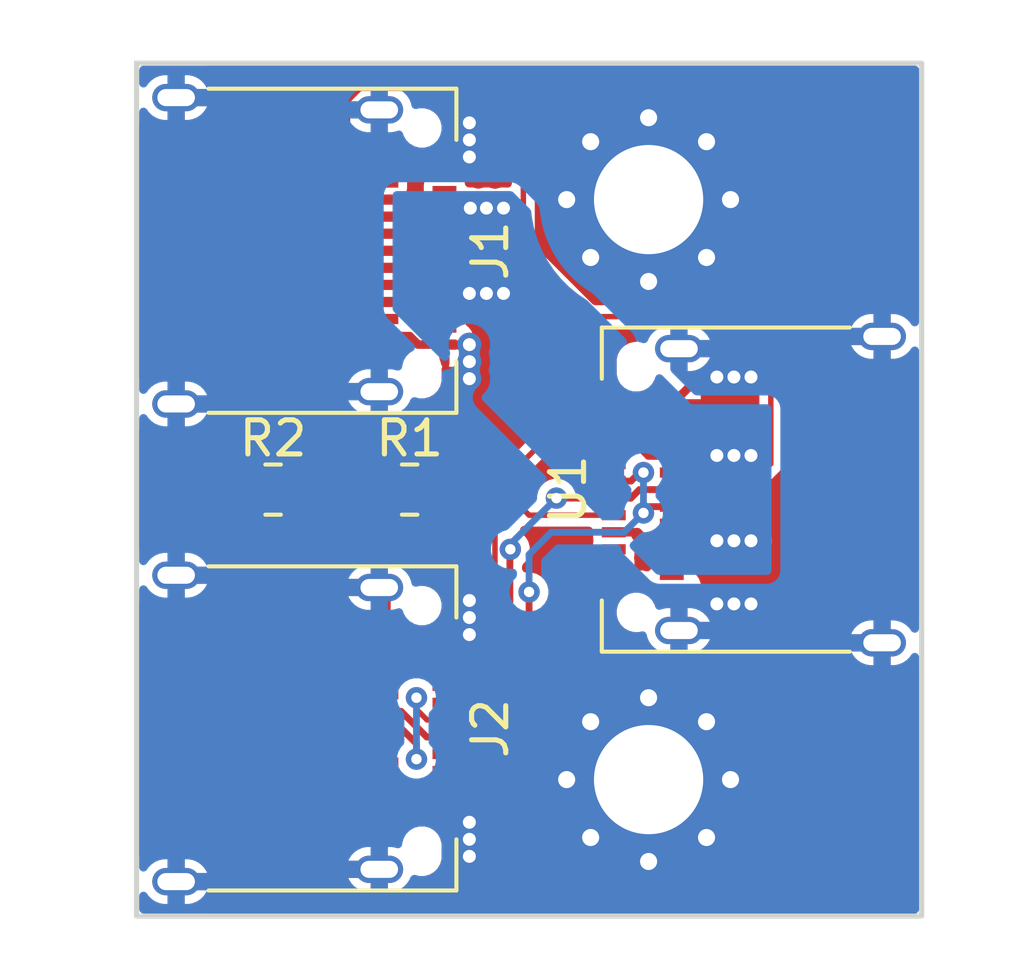
<source format=kicad_pcb>
(kicad_pcb (version 20241229) (generator "pcbnew") (generator_version "9.0")
  (title_block (title "PD Buddy Wye") (date "2017-08-06") (rev "v1.1"))
  (layers (0 "F.Cu" signal) (2 "B.Cu" signal) (13 "F.Paste" user) (15 "B.Paste" user) (5 "F.SilkS" user "F.Silkscreen") (7 "B.SilkS" user "B.Silkscreen") (1 "F.Mask" user) (3 "B.Mask" user) (25 "Edge.Cuts" user))
  (net 0 "")
  (net 1 "GND")
  (net 2 "VBUS")
  (net 13 "/D+")
  (net 14 "/D-")
  (net 15 "/CC1P")
  (net 16 "/CC2P")
  (net 17 "/CC1D")
  (net 18 "/CC2D")
  (footprint "Connector_USB:USB_C_Receptacle_Amphenol_12401610E4-2A" (layer "F.Cu") (at 119 112.5 90)
    (property "Reference" "U1" (at 0 -6.36 90) (layer "F.SilkS"))
    (property "Value" "DFP+Power")
    (fp_line (start 4.75 -5.37) (end 4.75 1.89) (stroke (width 0.12)) (layer "F.SilkS"))
    (fp_line (start 3.25 -5.37) (end 4.75 -5.37) (stroke (width 0.12)) (layer "F.SilkS"))
    (fp_line (start -4.75 -5.37) (end -3.25 -5.37) (stroke (width 0.12)) (layer "F.SilkS"))
    (fp_line (start -4.75 -5.37) (end -4.75 1.89) (stroke (width 0.12)) (layer "F.SilkS"))
    (pad "" np_thru_hole circle (at -3.6 -4.36 90) (size 0.65 0.65) (drill 0.65) (layers "*.Cu" "*.Mask"))
    (pad "" np_thru_hole oval (at 3.6 -4.36 90) (size 0.95 0.65) (drill oval 0.95 0.65) (layers "*.Cu" "*.Mask"))
    (pad "A1" smd rect (at -2.75 -5.02 90) (size 0.3 0.7) (layers "F.Cu" "F.Mask" "F.Paste") (net 1 "GND"))
    (pad "A2" smd rect (at -2.25 -5.02 90) (size 0.3 0.7) (layers "F.Cu" "F.Mask" "F.Paste"))
    (pad "A3" smd rect (at -1.75 -5.02 90) (size 0.3 0.7) (layers "F.Cu" "F.Mask" "F.Paste"))
    (pad "A4" smd rect (at -1.25 -5.02 90) (size 0.3 0.7) (layers "F.Cu" "F.Mask" "F.Paste") (net 2 "VBUS"))
    (pad "A5" smd rect (at -0.75 -5.02 90) (size 0.3 0.7) (layers "F.Cu" "F.Mask" "F.Paste") (net 15 "/CC1P"))
    (pad "A6" smd rect (at -0.25 -5.02 90) (size 0.3 0.7) (layers "F.Cu" "F.Mask" "F.Paste") (net 13 "/D+"))
    (pad "A7" smd rect (at 0.25 -5.02 90) (size 0.3 0.7) (layers "F.Cu" "F.Mask" "F.Paste") (net 14 "/D-"))
    (pad "A8" smd rect (at 0.75 -5.02 90) (size 0.3 0.7) (layers "F.Cu" "F.Mask" "F.Paste"))
    (pad "A9" smd rect (at 1.25 -5.02 90) (size 0.3 0.7) (layers "F.Cu" "F.Mask" "F.Paste") (net 2 "VBUS"))
    (pad "A10" smd rect (at 1.75 -5.02 90) (size 0.3 0.7) (layers "F.Cu" "F.Mask" "F.Paste"))
    (pad "A11" smd rect (at 2.25 -5.02 90) (size 0.3 0.7) (layers "F.Cu" "F.Mask" "F.Paste"))
    (pad "A12" smd rect (at 2.75 -5.02 90) (size 0.3 0.7) (layers "F.Cu" "F.Mask" "F.Paste") (net 1 "GND"))
    (pad "B1" smd rect (at 2.5 -3.32 90) (size 0.3 0.7) (layers "F.Cu" "F.Mask" "F.Paste") (net 1 "GND"))
    (pad "B2" smd rect (at 2 -3.32 90) (size 0.3 0.7) (layers "F.Cu" "F.Mask" "F.Paste"))
    (pad "B3" smd rect (at 1.5 -3.32 90) (size 0.3 0.7) (layers "F.Cu" "F.Mask" "F.Paste"))
    (pad "B4" smd rect (at 1 -3.32 90) (size 0.3 0.7) (layers "F.Cu" "F.Mask" "F.Paste") (net 2 "VBUS"))
    (pad "B5" smd rect (at 0.5 -3.32 90) (size 0.3 0.7) (layers "F.Cu" "F.Mask" "F.Paste") (net 16 "/CC2P"))
    (pad "B6" smd rect (at 0 -3.32 90) (size 0.3 0.7) (layers "F.Cu" "F.Mask" "F.Paste") (net 13 "/D+"))
    (pad "B7" smd rect (at -0.5 -3.32 90) (size 0.3 0.7) (layers "F.Cu" "F.Mask" "F.Paste") (net 14 "/D-"))
    (pad "B8" smd rect (at -1 -3.32 90) (size 0.3 0.7) (layers "F.Cu" "F.Mask" "F.Paste"))
    (pad "B9" smd rect (at -1.5 -3.32 90) (size 0.3 0.7) (layers "F.Cu" "F.Mask" "F.Paste") (net 2 "VBUS"))
    (pad "B10" smd rect (at -2 -3.32 90) (size 0.3 0.7) (layers "F.Cu" "F.Mask" "F.Paste"))
    (pad "B11" smd rect (at -2.5 -3.32 90) (size 0.3 0.7) (layers "F.Cu" "F.Mask" "F.Paste"))
    (pad "B12" smd rect (at -3 -3.32 90) (size 0.3 0.7) (layers "F.Cu" "F.Mask" "F.Paste") (net 1 "GND"))
    (pad "S1" thru_hole oval (at -4.49 2.84 90) (size 0.8 1.4) (drill oval 0.5 1.1) (property pad_prop_heatsink) (layers "*.Cu" "*.Mask") (net 1 "GND"))
    (pad "S1" thru_hole oval (at -4.13 -3.11 90) (size 0.8 1.4) (drill oval 0.5 1.1) (property pad_prop_heatsink) (layers "*.Cu" "*.Mask") (net 1 "GND"))
    (pad "S1" thru_hole oval (at 4.13 -3.11 90) (size 0.8 1.4) (drill oval 0.5 1.1) (property pad_prop_heatsink) (layers "*.Cu" "*.Mask") (net 1 "GND"))
    (pad "S1" thru_hole oval (at 4.49 2.84 90) (size 0.8 1.4) (drill oval 0.5 1.1) (property pad_prop_heatsink) (layers "*.Cu" "*.Mask") (net 1 "GND"))
  )
  (footprint "MountingHole:MountingHole_3.2mm_M3_Pad_Via" (layer "F.Cu") (at 115 104)
    (property "Reference" "MK1" (hide yes))
    (property "Value" "M3")
    (pad "1" thru_hole circle (at -2.4 0) (size 0.8 0.8) (drill 0.5) (layers "*.Cu" "*.Mask") (net 1 "GND"))
    (pad "1" thru_hole circle (at -1.697056 -1.697056) (size 0.8 0.8) (drill 0.5) (layers "*.Cu" "*.Mask") (net 1 "GND"))
    (pad "1" thru_hole circle (at -1.697056 1.697056) (size 0.8 0.8) (drill 0.5) (layers "*.Cu" "*.Mask") (net 1 "GND"))
    (pad "1" thru_hole circle (at 0 -2.4) (size 0.8 0.8) (drill 0.5) (layers "*.Cu" "*.Mask") (net 1 "GND"))
    (pad "1" thru_hole circle (at 0 0) (size 6.4 6.4) (drill 3.2) (layers "*.Cu" "*.Mask") (net 1 "GND"))
    (pad "1" thru_hole circle (at 0 2.4) (size 0.8 0.8) (drill 0.5) (layers "*.Cu" "*.Mask") (net 1 "GND"))
    (pad "1" thru_hole circle (at 1.697056 -1.697056) (size 0.8 0.8) (drill 0.5) (layers "*.Cu" "*.Mask") (net 1 "GND"))
    (pad "1" thru_hole circle (at 1.697056 1.697056) (size 0.8 0.8) (drill 0.5) (layers "*.Cu" "*.Mask") (net 1 "GND"))
    (pad "1" thru_hole circle (at 2.4 0) (size 0.8 0.8) (drill 0.5) (layers "*.Cu" "*.Mask") (net 1 "GND"))
  )
  (footprint "MountingHole:MountingHole_3.2mm_M3_Pad_Via" (layer "F.Cu") (at 115 121)
    (property "Reference" "MK2" (hide yes))
    (property "Value" "M3")
    (pad "1" thru_hole circle (at -2.4 0) (size 0.8 0.8) (drill 0.5) (layers "*.Cu" "*.Mask") (net 1 "GND"))
    (pad "1" thru_hole circle (at -1.697056 -1.697056) (size 0.8 0.8) (drill 0.5) (layers "*.Cu" "*.Mask") (net 1 "GND"))
    (pad "1" thru_hole circle (at -1.697056 1.697056) (size 0.8 0.8) (drill 0.5) (layers "*.Cu" "*.Mask") (net 1 "GND"))
    (pad "1" thru_hole circle (at 0 -2.4) (size 0.8 0.8) (drill 0.5) (layers "*.Cu" "*.Mask") (net 1 "GND"))
    (pad "1" thru_hole circle (at 0 0) (size 6.4 6.4) (drill 3.2) (layers "*.Cu" "*.Mask") (net 1 "GND"))
    (pad "1" thru_hole circle (at 0 2.4) (size 0.8 0.8) (drill 0.5) (layers "*.Cu" "*.Mask") (net 1 "GND"))
    (pad "1" thru_hole circle (at 1.697056 -1.697056) (size 0.8 0.8) (drill 0.5) (layers "*.Cu" "*.Mask") (net 1 "GND"))
    (pad "1" thru_hole circle (at 1.697056 1.697056) (size 0.8 0.8) (drill 0.5) (layers "*.Cu" "*.Mask") (net 1 "GND"))
    (pad "1" thru_hole circle (at 2.4 0) (size 0.8 0.8) (drill 0.5) (layers "*.Cu" "*.Mask") (net 1 "GND"))
  )
  (footprint "Resistor_SMD:R_0805_2012Metric_Pad1.20x1.40mm_HandSolder" (layer "F.Cu") (at 108 112.5 180)
    (property "Reference" "R1" (at 0 1.5 0) (layer "F.SilkS"))
    (property "Value" "5.1k")
    (fp_line (start -0.227064 0.735) (end 0.227064 0.735) (stroke (width 0.12)) (layer "F.SilkS"))
    (fp_line (start -0.227064 -0.735) (end 0.227064 -0.735) (stroke (width 0.12)) (layer "F.SilkS"))
    (pad "1" smd roundrect (at -1 0 180) (size 1.2 1.4) (layers "F.Cu" "F.Mask" "F.Paste") (roundrect_rratio 0.208333) (net 17 "/CC1D"))
    (pad "2" smd roundrect (at 1 0 180) (size 1.2 1.4) (layers "F.Cu" "F.Mask" "F.Paste") (roundrect_rratio 0.208333) (net 1 "GND"))
  )
  (footprint "Resistor_SMD:R_0805_2012Metric_Pad1.20x1.40mm_HandSolder" (layer "F.Cu") (at 104 112.5 180)
    (property "Reference" "R2" (at 0 1.5 0) (layer "F.SilkS"))
    (property "Value" "5.1k")
    (fp_line (start -0.227064 0.735) (end 0.227064 0.735) (stroke (width 0.12)) (layer "F.SilkS"))
    (fp_line (start -0.227064 -0.735) (end 0.227064 -0.735) (stroke (width 0.12)) (layer "F.SilkS"))
    (pad "1" smd roundrect (at -1 0 180) (size 1.2 1.4) (layers "F.Cu" "F.Mask" "F.Paste") (roundrect_rratio 0.208333) (net 1 "GND"))
    (pad "2" smd roundrect (at 1 0 180) (size 1.2 1.4) (layers "F.Cu" "F.Mask" "F.Paste") (roundrect_rratio 0.208333) (net 18 "/CC2D"))
  )
  (footprint "Connector_USB:USB_C_Receptacle_Amphenol_12401610E4-2A" (layer "F.Cu") (at 104 105.5 -90)
    (property "Reference" "J1" (at 0 -6.36 270) (layer "F.SilkS"))
    (property "Value" "Power")
    (fp_line (start -4.75 -5.37) (end -4.75 1.89) (stroke (width 0.12)) (layer "F.SilkS"))
    (fp_line (start -4.75 -5.37) (end -3.25 -5.37) (stroke (width 0.12)) (layer "F.SilkS"))
    (fp_line (start 3.25 -5.37) (end 4.75 -5.37) (stroke (width 0.12)) (layer "F.SilkS"))
    (fp_line (start 4.75 -5.37) (end 4.75 1.89) (stroke (width 0.12)) (layer "F.SilkS"))
    (pad "" np_thru_hole circle (at -3.6 -4.36 270) (size 0.65 0.65) (drill 0.65) (layers "*.Cu" "*.Mask"))
    (pad "" np_thru_hole oval (at 3.6 -4.36 270) (size 0.95 0.65) (drill oval 0.95 0.65) (layers "*.Cu" "*.Mask"))
    (pad "A1" smd rect (at -2.75 -5.02 270) (size 0.3 0.7) (layers "F.Cu" "F.Mask" "F.Paste") (net 1 "GND"))
    (pad "A2" smd rect (at -2.25 -5.02 270) (size 0.3 0.7) (layers "F.Cu" "F.Mask" "F.Paste"))
    (pad "A3" smd rect (at -1.75 -5.02 270) (size 0.3 0.7) (layers "F.Cu" "F.Mask" "F.Paste"))
    (pad "A4" smd rect (at -1.25 -5.02 270) (size 0.3 0.7) (layers "F.Cu" "F.Mask" "F.Paste") (net 2 "VBUS"))
    (pad "A5" smd rect (at -0.75 -5.02 270) (size 0.3 0.7) (layers "F.Cu" "F.Mask" "F.Paste") (net 15 "/CC1P"))
    (pad "A6" smd rect (at -0.25 -5.02 270) (size 0.3 0.7) (layers "F.Cu" "F.Mask" "F.Paste"))
    (pad "A7" smd rect (at 0.25 -5.02 270) (size 0.3 0.7) (layers "F.Cu" "F.Mask" "F.Paste"))
    (pad "A8" smd rect (at 0.75 -5.02 270) (size 0.3 0.7) (layers "F.Cu" "F.Mask" "F.Paste"))
    (pad "A9" smd rect (at 1.25 -5.02 270) (size 0.3 0.7) (layers "F.Cu" "F.Mask" "F.Paste") (net 2 "VBUS"))
    (pad "A10" smd rect (at 1.75 -5.02 270) (size 0.3 0.7) (layers "F.Cu" "F.Mask" "F.Paste"))
    (pad "A11" smd rect (at 2.25 -5.02 270) (size 0.3 0.7) (layers "F.Cu" "F.Mask" "F.Paste"))
    (pad "A12" smd rect (at 2.75 -5.02 270) (size 0.3 0.7) (layers "F.Cu" "F.Mask" "F.Paste") (net 1 "GND"))
    (pad "B1" smd rect (at 2.5 -3.32 270) (size 0.3 0.7) (layers "F.Cu" "F.Mask" "F.Paste") (net 1 "GND"))
    (pad "B2" smd rect (at 2 -3.32 270) (size 0.3 0.7) (layers "F.Cu" "F.Mask" "F.Paste"))
    (pad "B3" smd rect (at 1.5 -3.32 270) (size 0.3 0.7) (layers "F.Cu" "F.Mask" "F.Paste"))
    (pad "B4" smd rect (at 1 -3.32 270) (size 0.3 0.7) (layers "F.Cu" "F.Mask" "F.Paste") (net 2 "VBUS"))
    (pad "B5" smd rect (at 0.5 -3.32 270) (size 0.3 0.7) (layers "F.Cu" "F.Mask" "F.Paste") (net 16 "/CC2P"))
    (pad "B6" smd rect (at 0 -3.32 270) (size 0.3 0.7) (layers "F.Cu" "F.Mask" "F.Paste"))
    (pad "B7" smd rect (at -0.5 -3.32 270) (size 0.3 0.7) (layers "F.Cu" "F.Mask" "F.Paste"))
    (pad "B8" smd rect (at -1 -3.32 270) (size 0.3 0.7) (layers "F.Cu" "F.Mask" "F.Paste"))
    (pad "B9" smd rect (at -1.5 -3.32 270) (size 0.3 0.7) (layers "F.Cu" "F.Mask" "F.Paste") (net 2 "VBUS"))
    (pad "B10" smd rect (at -2 -3.32 270) (size 0.3 0.7) (layers "F.Cu" "F.Mask" "F.Paste"))
    (pad "B11" smd rect (at -2.5 -3.32 270) (size 0.3 0.7) (layers "F.Cu" "F.Mask" "F.Paste"))
    (pad "B12" smd rect (at -3 -3.32 270) (size 0.3 0.7) (layers "F.Cu" "F.Mask" "F.Paste") (net 1 "GND"))
    (pad "S1" thru_hole oval (at -4.49 2.84 270) (size 0.8 1.4) (drill oval 0.5 1.1) (property pad_prop_heatsink) (layers "*.Cu" "*.Mask") (net 1 "GND"))
    (pad "S1" thru_hole oval (at -4.13 -3.11 270) (size 0.8 1.4) (drill oval 0.5 1.1) (property pad_prop_heatsink) (layers "*.Cu" "*.Mask") (net 1 "GND"))
    (pad "S1" thru_hole oval (at 4.13 -3.11 270) (size 0.8 1.4) (drill oval 0.5 1.1) (property pad_prop_heatsink) (layers "*.Cu" "*.Mask") (net 1 "GND"))
    (pad "S1" thru_hole oval (at 4.49 2.84 270) (size 0.8 1.4) (drill oval 0.5 1.1) (property pad_prop_heatsink) (layers "*.Cu" "*.Mask") (net 1 "GND"))
  )
  (footprint "Connector_USB:USB_C_Receptacle_Amphenol_12401610E4-2A" (layer "F.Cu") (at 104 119.5 -90)
    (property "Reference" "J2" (at 0 -6.36 270) (layer "F.SilkS"))
    (property "Value" "UFP")
    (fp_line (start -4.75 -5.37) (end -4.75 1.89) (stroke (width 0.12)) (layer "F.SilkS"))
    (fp_line (start -4.75 -5.37) (end -3.25 -5.37) (stroke (width 0.12)) (layer "F.SilkS"))
    (fp_line (start 3.25 -5.37) (end 4.75 -5.37) (stroke (width 0.12)) (layer "F.SilkS"))
    (fp_line (start 4.75 -5.37) (end 4.75 1.89) (stroke (width 0.12)) (layer "F.SilkS"))
    (pad "" np_thru_hole circle (at -3.6 -4.36 270) (size 0.65 0.65) (drill 0.65) (layers "*.Cu" "*.Mask"))
    (pad "" np_thru_hole oval (at 3.6 -4.36 270) (size 0.95 0.65) (drill oval 0.95 0.65) (layers "*.Cu" "*.Mask"))
    (pad "A1" smd rect (at -2.75 -5.02 270) (size 0.3 0.7) (layers "F.Cu" "F.Mask" "F.Paste") (net 1 "GND"))
    (pad "A2" smd rect (at -2.25 -5.02 270) (size 0.3 0.7) (layers "F.Cu" "F.Mask" "F.Paste"))
    (pad "A3" smd rect (at -1.75 -5.02 270) (size 0.3 0.7) (layers "F.Cu" "F.Mask" "F.Paste"))
    (pad "A4" smd rect (at -1.25 -5.02 270) (size 0.3 0.7) (layers "F.Cu" "F.Mask" "F.Paste"))
    (pad "A5" smd rect (at -0.75 -5.02 270) (size 0.3 0.7) (layers "F.Cu" "F.Mask" "F.Paste") (net 17 "/CC1D"))
    (pad "A6" smd rect (at -0.25 -5.02 270) (size 0.3 0.7) (layers "F.Cu" "F.Mask" "F.Paste") (net 13 "/D+"))
    (pad "A7" smd rect (at 0.25 -5.02 270) (size 0.3 0.7) (layers "F.Cu" "F.Mask" "F.Paste") (net 14 "/D-"))
    (pad "A8" smd rect (at 0.75 -5.02 270) (size 0.3 0.7) (layers "F.Cu" "F.Mask" "F.Paste"))
    (pad "A9" smd rect (at 1.25 -5.02 270) (size 0.3 0.7) (layers "F.Cu" "F.Mask" "F.Paste"))
    (pad "A10" smd rect (at 1.75 -5.02 270) (size 0.3 0.7) (layers "F.Cu" "F.Mask" "F.Paste"))
    (pad "A11" smd rect (at 2.25 -5.02 270) (size 0.3 0.7) (layers "F.Cu" "F.Mask" "F.Paste"))
    (pad "A12" smd rect (at 2.75 -5.02 270) (size 0.3 0.7) (layers "F.Cu" "F.Mask" "F.Paste") (net 1 "GND"))
    (pad "B1" smd rect (at 2.5 -3.32 270) (size 0.3 0.7) (layers "F.Cu" "F.Mask" "F.Paste") (net 1 "GND"))
    (pad "B2" smd rect (at 2 -3.32 270) (size 0.3 0.7) (layers "F.Cu" "F.Mask" "F.Paste"))
    (pad "B3" smd rect (at 1.5 -3.32 270) (size 0.3 0.7) (layers "F.Cu" "F.Mask" "F.Paste"))
    (pad "B4" smd rect (at 1 -3.32 270) (size 0.3 0.7) (layers "F.Cu" "F.Mask" "F.Paste"))
    (pad "B5" smd rect (at 0.5 -3.32 270) (size 0.3 0.7) (layers "F.Cu" "F.Mask" "F.Paste") (net 18 "/CC2D"))
    (pad "B6" smd rect (at 0 -3.32 270) (size 0.3 0.7) (layers "F.Cu" "F.Mask" "F.Paste") (net 13 "/D+"))
    (pad "B7" smd rect (at -0.5 -3.32 270) (size 0.3 0.7) (layers "F.Cu" "F.Mask" "F.Paste") (net 14 "/D-"))
    (pad "B8" smd rect (at -1 -3.32 270) (size 0.3 0.7) (layers "F.Cu" "F.Mask" "F.Paste"))
    (pad "B9" smd rect (at -1.5 -3.32 270) (size 0.3 0.7) (layers "F.Cu" "F.Mask" "F.Paste"))
    (pad "B10" smd rect (at -2 -3.32 270) (size 0.3 0.7) (layers "F.Cu" "F.Mask" "F.Paste"))
    (pad "B11" smd rect (at -2.5 -3.32 270) (size 0.3 0.7) (layers "F.Cu" "F.Mask" "F.Paste"))
    (pad "B12" smd rect (at -3 -3.32 270) (size 0.3 0.7) (layers "F.Cu" "F.Mask" "F.Paste") (net 1 "GND"))
    (pad "S1" thru_hole oval (at -4.49 2.84 270) (size 0.8 1.4) (drill oval 0.5 1.1) (property pad_prop_heatsink) (layers "*.Cu" "*.Mask") (net 1 "GND"))
    (pad "S1" thru_hole oval (at -4.13 -3.11 270) (size 0.8 1.4) (drill oval 0.5 1.1) (property pad_prop_heatsink) (layers "*.Cu" "*.Mask") (net 1 "GND"))
    (pad "S1" thru_hole oval (at 4.13 -3.11 270) (size 0.8 1.4) (drill oval 0.5 1.1) (property pad_prop_heatsink) (layers "*.Cu" "*.Mask") (net 1 "GND"))
    (pad "S1" thru_hole oval (at 4.49 2.84 270) (size 0.8 1.4) (drill oval 0.5 1.1) (property pad_prop_heatsink) (layers "*.Cu" "*.Mask") (net 1 "GND"))
  )
  (gr_rect (start 100 100) (end 123 125) (stroke (width 0.15)) (fill no) (layer "Edge.Cuts"))
  (segment (start 107.32 115.58) (end 107.11 115.37) (width 0.25) (layer "F.Cu") (net 1))
  (segment (start 115.68 115.5) (end 115.031364 115.5) (width 0.25) (layer "F.Cu") (net 1))
  (segment (start 109.75 108.75) (end 109.75 109.25) (width 0.25) (layer "F.Cu") (net 1))
  (segment (start 118 109.2) (end 117.5 109.2) (width 0.25) (layer "F.Cu") (net 1))
  (segment (start 108.25 122.25) (end 109.02 122.25) (width 0.25) (layer "F.Cu") (net 1))
  (segment (start 109.75 123.25) (end 109.75 122.75) (width 0.25) (layer "F.Cu") (net 1))
  (segment (start 107.32 102.5) (end 108 102.5) (width 0.25) (layer "F.Cu") (net 1))
  (segment (start 107 109.74) (end 107.11 109.63) (width 0.25) (layer "F.Cu") (net 1))
  (segment (start 107.32 108) (end 108 108) (width 0.25) (layer "F.Cu") (net 1))
  (segment (start 108 122) (end 108.25 122.25) (width 0.25) (layer "F.Cu") (net 1))
  (segment (start 117 109.2) (end 117.5 109.2) (width 0.25) (layer "F.Cu") (net 1))
  (segment (start 114.781364 115.25) (end 113.98 115.25) (width 0.25) (layer "F.Cu") (net 1))
  (segment (start 109.02 102.75) (end 108.25 102.75) (width 0.25) (layer "F.Cu") (net 1))
  (segment (start 116.65 115.5) (end 117 115.85) (width 0.25) (layer "F.Cu") (net 1))
  (segment (start 109.75 122.75) (end 109.75 122.25) (width 0.25) (layer "F.Cu") (net 1))
  (segment (start 109.02 108.25) (end 109.75 108.25) (width 0.25) (layer "F.Cu") (net 1))
  (segment (start 109.75 108.25) (end 109.75 108.75) (width 0.25) (layer "F.Cu") (net 1))
  (segment (start 107.32 116.5) (end 108 116.5) (width 0.25) (layer "F.Cu") (net 1))
  (segment (start 109.75 102.75) (end 109.75 102.25) (width 0.25) (layer "F.Cu") (net 1))
  (segment (start 117.5 115.85) (end 118 115.85) (width 0.25) (layer "F.Cu") (net 1))
  (segment (start 108 116.5) (end 108.25 116.75) (width 0.25) (layer "F.Cu") (net 1))
  (segment (start 109.75 102.25) (end 109.75 101.75) (width 0.25) (layer "F.Cu") (net 1))
  (segment (start 115 110) (end 115.68 110) (width 0.25) (layer "F.Cu") (net 1))
  (segment (start 115.68 115.5) (end 116.65 115.5) (width 0.25) (layer "F.Cu") (net 1))
  (segment (start 107.32 116.5) (end 107.32 115.58) (width 0.25) (layer "F.Cu") (net 1))
  (segment (start 109.02 108.25) (end 108.25 108.25) (width 0.25) (layer "F.Cu") (net 1))
  (segment (start 114.75 109.75) (end 115 110) (width 0.25) (layer "F.Cu") (net 1))
  (segment (start 109.75 122.25) (end 109.02 122.25) (width 0.25) (layer "F.Cu") (net 1))
  (segment (start 117 109.2) (end 116.48 109.2) (width 0.25) (layer "F.Cu") (net 1))
  (segment (start 108 108) (end 108.25 108.25) (width 0.25) (layer "F.Cu") (net 1))
  (segment (start 107.32 122) (end 108 122) (width 0.25) (layer "F.Cu") (net 1))
  (segment (start 109.02 102.75) (end 109.75 102.75) (width 0.25) (layer "F.Cu") (net 1))
  (segment (start 108 102.5) (end 108.25 102.75) (width 0.25) (layer "F.Cu") (net 1))
  (segment (start 117 115.85) (end 117.5 115.85) (width 0.25) (layer "F.Cu") (net 1))
  (segment (start 109.02 116.75) (end 108.25 116.75) (width 0.25) (layer "F.Cu") (net 1))
  (segment (start 116.48 109.2) (end 115.68 110) (width 0.25) (layer "F.Cu") (net 1))
  (segment (start 113.98 109.75) (end 114.75 109.75) (width 0.25) (layer "F.Cu") (net 1))
  (segment (start 115.031364 115.5) (end 114.781364 115.25) (width 0.25) (layer "F.Cu") (net 1))
  (segment (start 109.8 116.75) (end 109.02 116.75) (width 0.25) (layer "F.Cu") (net 1))
  (via (at 109.75 115.75) (size 0.7) (drill 0.38) (layers "F.Cu" "B.Cu") (net 1))
  (via (at 109.75 122.75) (size 0.7) (drill 0.38) (layers "F.Cu" "B.Cu") (net 1))
  (via (at 109.75 101.75) (size 0.7) (drill 0.38) (layers "F.Cu" "B.Cu") (net 1))
  (via (at 117.5 115.85) (size 0.7) (drill 0.38) (layers "F.Cu" "B.Cu") (net 1))
  (via (at 109.75 102.25) (size 0.7) (drill 0.38) (layers "F.Cu" "B.Cu") (net 1))
  (via (at 109.75 109.25) (size 0.7) (drill 0.38) (layers "F.Cu" "B.Cu") (net 1))
  (via (at 118 109.2) (size 0.7) (drill 0.38) (layers "F.Cu" "B.Cu") (net 1))
  (via (at 109.75 108.25) (size 0.7) (drill 0.38) (layers "F.Cu" "B.Cu") (net 1))
  (via (at 118 115.85) (size 0.7) (drill 0.38) (layers "F.Cu" "B.Cu") (net 1))
  (via (at 109.75 116.25) (size 0.7) (drill 0.38) (layers "F.Cu" "B.Cu") (net 1))
  (via (at 109.75 102.75) (size 0.7) (drill 0.38) (layers "F.Cu" "B.Cu") (net 1))
  (via (at 117 115.85) (size 0.7) (drill 0.38) (layers "F.Cu" "B.Cu") (net 1))
  (via (at 109.75 116.75) (size 0.7) (drill 0.38) (layers "F.Cu" "B.Cu") (net 1))
  (via (at 117.5 109.2) (size 0.7) (drill 0.38) (layers "F.Cu" "B.Cu") (net 1))
  (via (at 117 109.2) (size 0.7) (drill 0.38) (layers "F.Cu" "B.Cu") (net 1))
  (via (at 109.75 108.75) (size 0.7) (drill 0.38) (layers "F.Cu" "B.Cu") (net 1))
  (via (at 109.75 123.25) (size 0.7) (drill 0.38) (layers "F.Cu" "B.Cu") (net 1))
  (via (at 109.75 122.25) (size 0.7) (drill 0.38) (layers "F.Cu" "B.Cu") (net 1))
  (segment (start 109.778165 104.25) (end 110.25 104.25) (width 0.25) (layer "F.Cu") (net 2))
  (segment (start 107.32 106.5) (end 108 106.5) (width 0.25) (layer "F.Cu") (net 2))
  (segment (start 109.02 106.75) (end 108.25 106.75) (width 0.25) (layer "F.Cu") (net 2))
  (segment (start 113.98 113.75) (end 114.68 113.75) (width 0.25) (layer "F.Cu") (net 2))
  (segment (start 107.32 104) (end 108 104) (width 0.25) (layer "F.Cu") (net 2))
  (segment (start 117 111.5) (end 117.5 111.5) (width 0.25) (layer "F.Cu") (net 2))
  (segment (start 109.02 106.75) (end 109.75 106.75) (width 0.25) (layer "F.Cu") (net 2))
  (segment (start 114.75 111.25) (end 113.98 111.25) (width 0.25) (layer "F.Cu") (net 2))
  (segment (start 118 114) (end 117.5 114) (width 0.25) (layer "F.Cu") (net 2))
  (segment (start 115.68 111.5) (end 117 111.5) (width 0.25) (layer "F.Cu") (net 2))
  (segment (start 115.68 114) (end 117 114) (width 0.25) (layer "F.Cu") (net 2))
  (segment (start 109.02 104.25) (end 108.25 104.25) (width 0.25) (layer "F.Cu") (net 2))
  (segment (start 109.75 106.75) (end 110.25 106.75) (width 0.25) (layer "F.Cu") (net 2))
  (segment (start 108 104) (end 108.25 104.25) (width 0.25) (layer "F.Cu") (net 2))
  (segment (start 109.778165 104.25) (end 109.02 104.25) (width 0.25) (layer "F.Cu") (net 2))
  (segment (start 114.68 113.75) (end 114.93 114) (width 0.25) (layer "F.Cu") (net 2))
  (segment (start 110.25 104.25) (end 110.75 104.25) (width 0.25) (layer "F.Cu") (net 2))
  (segment (start 114.93 114) (end 115.68 114) (width 0.25) (layer "F.Cu") (net 2))
  (segment (start 110.25 106.75) (end 110.75 106.75) (width 0.25) (layer "F.Cu") (net 2))
  (segment (start 115 111.5) (end 114.75 111.25) (width 0.25) (layer "F.Cu") (net 2))
  (segment (start 115.68 111.5) (end 115 111.5) (width 0.25) (layer "F.Cu") (net 2))
  (segment (start 108 106.5) (end 108.25 106.75) (width 0.25) (layer "F.Cu") (net 2))
  (segment (start 117 114) (end 117.5 114) (width 0.25) (layer "F.Cu") (net 2))
  (segment (start 117.5 111.5) (end 118 111.5) (width 0.25) (layer "F.Cu") (net 2))
  (via (at 110.75 104.25) (size 0.7) (drill 0.38) (layers "F.Cu" "B.Cu") (net 2))
  (via (at 117.5 111.5) (size 0.7) (drill 0.38) (layers "F.Cu" "B.Cu") (net 2))
  (via (at 109.75 106.75) (size 0.7) (drill 0.38) (layers "F.Cu" "B.Cu") (net 2))
  (via (at 110.25 106.75) (size 0.7) (drill 0.38) (layers "F.Cu" "B.Cu") (net 2))
  (via (at 110.75 106.75) (size 0.7) (drill 0.38) (layers "F.Cu" "B.Cu") (net 2))
  (via (at 117.5 114) (size 0.7) (drill 0.38) (layers "F.Cu" "B.Cu") (net 2))
  (via (at 117 111.5) (size 0.7) (drill 0.38) (layers "F.Cu" "B.Cu") (net 2))
  (via (at 118 111.5) (size 0.7) (drill 0.38) (layers "F.Cu" "B.Cu") (net 2))
  (via (at 109.778165 104.25) (size 0.7) (drill 0.38) (layers "F.Cu" "B.Cu") (net 2))
  (via (at 118 114) (size 0.7) (drill 0.38) (layers "F.Cu" "B.Cu") (net 2))
  (via (at 110.25 104.25) (size 0.7) (drill 0.38) (layers "F.Cu" "B.Cu") (net 2))
  (via (at 117 114) (size 0.7) (drill 0.38) (layers "F.Cu" "B.Cu") (net 2))
  (segment (start 110.018104 119.25) (end 109.02 119.25) (width 0.2) (layer "F.Cu") (net 13))
  (segment (start 108.51 119.25) (end 108.2 118.94) (width 0.16) (layer "F.Cu") (net 13))
  (segment (start 110.9365 118.331604) (end 110.9365 114.2635) (width 0.2) (layer "F.Cu") (net 13))
  (segment (start 107.753612 119.5) (end 107.32 119.5) (width 0.2) (layer "F.Cu") (net 13))
  (segment (start 114.482 112.75) (end 113.98 112.75) (width 0.2) (layer "F.Cu") (net 13))
  (segment (start 113.98 112.75) (end 112.3 112.75) (width 0.2) (layer "F.Cu") (net 13))
  (segment (start 115.68 112.5) (end 114.732 112.5) (width 0.2) (layer "F.Cu") (net 13))
  (segment (start 110.9365 114.2635) (end 110.95 114.25) (width 0.2) (layer "F.Cu") (net 13))
  (segment (start 108.2 118.94) (end 108.2 118.6) (width 0.16) (layer "F.Cu") (net 13))
  (segment (start 108.2 120.4) (end 108.2 119.946388) (width 0.2) (layer "F.Cu") (net 13))
  (segment (start 110.9365 118.331604) (end 110.018104 119.25) (width 0.2) (layer "F.Cu") (net 13))
  (segment (start 108.2 119.946388) (end 107.753612 119.5) (width 0.2) (layer "F.Cu") (net 13))
  (segment (start 114.732 112.5) (end 114.482 112.75) (width 0.2) (layer "F.Cu") (net 13))
  (segment (start 109.02 119.25) (end 108.51 119.25) (width 0.16) (layer "F.Cu") (net 13))
  (via (at 108.2 118.6) (size 0.625) (drill 0.305) (layers "F.Cu" "B.Cu") (net 13))
  (via (at 112.3 112.75) (size 0.625) (drill 0.305) (layers "F.Cu" "B.Cu") (net 13))
  (via (at 110.95 114.25) (size 0.625) (drill 0.305) (layers "F.Cu" "B.Cu") (net 13))
  (via (at 108.2 120.4) (size 0.625) (drill 0.305) (layers "F.Cu" "B.Cu") (net 13))
  (segment (start 112.3 112.75) (end 110.95 114.1) (width 0.2) (layer "B.Cu") (net 13))
  (segment (start 110.95 114.1) (end 110.95 114.25) (width 0.2) (layer "B.Cu") (net 13))
  (segment (start 111 114.25) (end 110.95 114.2) (width 0.2) (layer "B.Cu") (net 13))
  (segment (start 110.95 114.25) (end 111 114.25) (width 0.2) (layer "B.Cu") (net 13))
  (segment (start 108.2 118.6) (end 108.2 120.4) (width 0.2) (layer "B.Cu") (net 13))
  (segment (start 111.499 116.533) (end 111.5 116.534) (width 0.2) (layer "F.Cu") (net 14))
  (segment (start 114.735611 112) (end 114.85 112) (width 0.2) (layer "F.Cu") (net 14))
  (segment (start 111.499 115.5) (end 111.499 116.533) (width 0.2) (layer "F.Cu") (net 14))
  (segment (start 110.25 119.75) (end 109.02 119.75) (width 0.2) (layer "F.Cu") (net 14))
  (segment (start 113.98 112.25) (end 114.485611 112.25) (width 0.2) (layer "F.Cu") (net 14))
  (segment (start 108.5 119.75) (end 109.02 119.75) (width 0.2) (layer "F.Cu") (net 14))
  (segment (start 115.68 113) (end 115.034 113) (width 0.2) (layer "F.Cu") (net 14))
  (segment (start 111.5 118.5) (end 110.25 119.75) (width 0.2) (layer "F.Cu") (net 14))
  (segment (start 115.034 113) (end 114.85 113.184) (width 0.2) (layer "F.Cu") (net 14))
  (segment (start 107.32 119) (end 107.75 119) (width 0.2) (layer "F.Cu") (net 14))
  (segment (start 111.5 116.534) (end 111.5 118.5) (width 0.2) (layer "F.Cu") (net 14))
  (segment (start 114.485611 112.25) (end 114.735611 112) (width 0.2) (layer "F.Cu") (net 14))
  (segment (start 107.75 119) (end 108.5 119.75) (width 0.2) (layer "F.Cu") (net 14))
  (via (at 111.499 115.5) (size 0.625) (drill 0.305) (layers "F.Cu" "B.Cu") (net 14))
  (via (at 114.85 112) (size 0.625) (drill 0.305) (layers "F.Cu" "B.Cu") (net 14))
  (via (at 114.85 113.184) (size 0.625) (drill 0.305) (layers "F.Cu" "B.Cu") (net 14))
  (segment (start 114.284 113.75) (end 114.85 113.184) (width 0.2) (layer "B.Cu") (net 14))
  (segment (start 112.15 113.75) (end 114.284 113.75) (width 0.2) (layer "B.Cu") (net 14))
  (segment (start 111.499 115.5) (end 111.499 114.401) (width 0.2) (layer "B.Cu") (net 14))
  (segment (start 114.85 113.184) (end 114.85 112) (width 0.2) (layer "B.Cu") (net 14))
  (segment (start 111.499 114.401) (end 112.15 113.75) (width 0.2) (layer "B.Cu") (net 14))
  (segment (start 111 112.75) (end 111 112) (width 0.16) (layer "F.Cu") (net 15))
  (segment (start 111.5 113.25) (end 111 112.75) (width 0.16) (layer "F.Cu") (net 15))
  (segment (start 113.98 113.25) (end 111.5 113.25) (width 0.16) (layer "F.Cu") (net 15))
  (segment (start 111.75 111.25) (end 111.75 106.37082) (width 0.16) (layer "F.Cu") (net 15))
  (segment (start 111.75 106.37082) (end 110.21018 104.831) (width 0.16) (layer "F.Cu") (net 15))
  (segment (start 111 112) (end 111.75 111.25) (width 0.16) (layer "F.Cu") (net 15))
  (segment (start 110.21018 104.831) (end 109.101 104.831) (width 0.16) (layer "F.Cu") (net 15))
  (segment (start 109.101 104.831) (end 109.02 104.75) (width 0.16) (layer "F.Cu") (net 15))
  (segment (start 111.331 105.512) (end 113.25 107.431) (width 0.16) (layer "F.Cu") (net 16))
  (segment (start 118.240659 112.081) (end 115.761 112.081) (width 0.16) (layer "F.Cu") (net 16))
  (segment (start 117.052659 107.431) (end 118.581 108.959341) (width 0.16) (layer "F.Cu") (net 16))
  (segment (start 115.761 112.081) (end 115.68 112) (width 0.16) (layer "F.Cu") (net 16))
  (segment (start 118.581 111.740659) (end 118.240659 112.081) (width 0.16) (layer "F.Cu") (net 16))
  (segment (start 118.581 108.959341) (end 118.581 111.740659) (width 0.16) (layer "F.Cu") (net 16))
  (segment (start 113.25 107.431) (end 117.052659 107.431) (width 0.16) (layer "F.Cu") (net 16))
  (segment (start 106.548631 100.739) (end 109.560659 100.739) (width 0.16) (layer "F.Cu") (net 16))
  (segment (start 106.179 101.108631) (end 106.548631 100.739) (width 0.16) (layer "F.Cu") (net 16))
  (segment (start 107.32 106) (end 106.81 106) (width 0.16) (layer "F.Cu") (net 16))
  (segment (start 111.331 102.509341) (end 111.331 105.512) (width 0.16) (layer "F.Cu") (net 16))
  (segment (start 109.560659 100.739) (end 111.331 102.509341) (width 0.16) (layer "F.Cu") (net 16))
  (segment (start 106.179 105.369) (end 106.179 101.108631) (width 0.16) (layer "F.Cu") (net 16))
  (segment (start 106.81 106) (end 106.179 105.369) (width 0.16) (layer "F.Cu") (net 16))
  (segment (start 110.5 113) (end 110.5 118.3) (width 0.16) (layer "F.Cu") (net 17))
  (segment (start 109 112.5) (end 110 112.5) (width 0.16) (layer "F.Cu") (net 17))
  (segment (start 110.5 118.3) (end 110.05 118.75) (width 0.16) (layer "F.Cu") (net 17))
  (segment (start 110.05 118.75) (end 109.02 118.75) (width 0.16) (layer "F.Cu") (net 17))
  (segment (start 110 112.5) (end 110.5 113) (width 0.16) (layer "F.Cu") (net 17))
  (segment (start 107.32 120) (end 106 120) (width 0.16) (layer "F.Cu") (net 18))
  (segment (start 103 117) (end 103 112.5) (width 0.16) (layer "F.Cu") (net 18))
  (segment (start 106 120) (end 103 117) (width 0.16) (layer "F.Cu") (net 18))
  (zone (net 2) (net_name "VBUS") (layer "F.Cu") (priority 1) (connect_pads yes (clearance 0.254)) (min_thickness 0.254) (fill yes (thermal_gap 0.254) (thermal_bridge_width 0.508))
    (polygon (pts (xy 107.25 103.75) (xy 111.25 103.75) (xy 111.25 104.75) (xy 107.25 104.75)))
  )
  (zone (net 2) (net_name "VBUS") (layer "F.Cu") (priority 1) (connect_pads yes (clearance 0.254)) (min_thickness 0.254) (fill yes (thermal_gap 0.254) (thermal_bridge_width 0.508))
    (polygon (pts (xy 107.25 106.25) (xy 111.25 106.25) (xy 111.25 107.25) (xy 107.25 107.25)))
  )
  (zone (net 1) (net_name "GND") (layer "F.Cu") (priority 5) (connect_pads (clearance 0.254)) (min_thickness 0.25) (fill yes (thermal_gap 0.5) (thermal_bridge_width 0.5))
    (polygon (pts (xy 96.1 98.15) (xy 126 98.2) (xy 125.95 126.5) (xy 96 126.5)))
  )
  (zone (net 2) (net_name "VBUS") (layer "F.Cu") (priority 8) (connect_pads (clearance 0.254)) (min_thickness 0.25) (fill yes (thermal_gap 0.5) (thermal_bridge_width 0.5))
    (polygon (pts (xy 114.45 113.5) (xy 115.15 113.5) (xy 115.15 115.1) (xy 114.45 115.1)))
  )
  (zone (net 2) (net_name "VBUS") (layer "F.Cu") (priority 1) (connect_pads (clearance 0.254)) (min_thickness 0.254) (fill yes (thermal_gap 0.254) (thermal_bridge_width 0.508))
    (polygon (pts (xy 116.25 110) (xy 119.5 110) (xy 119.5 115) (xy 116.25 115)))
  )
  (zone (net 2) (net_name "VBUS") (layer "F.Cu") (priority 6) (connect_pads (clearance 0.254)) (min_thickness 0.25) (fill yes (thermal_gap 0.5) (thermal_bridge_width 0.5))
    (polygon (pts (xy 107.8 102.9) (xy 107.85 107.8) (xy 108.5 107.8) (xy 108.45 102.9)))
  )
  (zone (net 2) (net_name "VBUS") (layer "F.Cu") (priority 7) (connect_pads (clearance 0.254)) (min_thickness 0.25) (fill yes (thermal_gap 0.5) (thermal_bridge_width 0.5))
    (polygon (pts (xy 114.5 110.15) (xy 115.15 110.15) (xy 115.15 111.65) (xy 114.5 111.65)))
  )
  (zone (net 1) (net_name "GND") (layer "B.Cu") (connect_pads thru_hole_only (clearance 0.254)) (min_thickness 0.254) (fill yes (thermal_gap 0.254) (thermal_bridge_width 0.508))
    (polygon (pts (xy 99.5 99.5) (xy 124 99.5) (xy 124 125.5) (xy 99.5 125.5)))
  )
  (zone (net 2) (net_name "VBUS") (layer "B.Cu") (priority 1) (connect_pads (clearance 0.254)) (min_thickness 0.254) (fill yes (thermal_gap 0.254) (thermal_bridge_width 0.508))
    (polygon (pts (xy 118.6 110) (xy 116.25 110) (xy 113.25 107) (xy 113.25 106) (xy 111 103.75) (xy 107.5 103.75) (xy 107.5 107.25) (xy 115.25 115) (xy 118.6 115)))
  )
)
</source>
